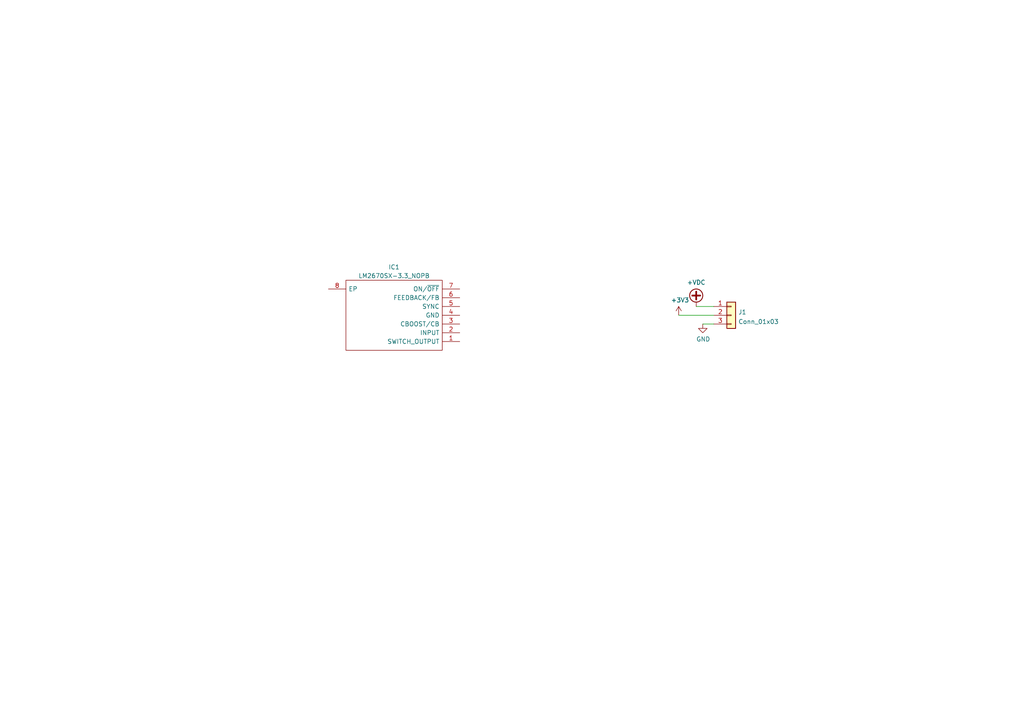
<source format=kicad_sch>
(kicad_sch (version 20230121) (generator eeschema)
  (paper "A4")
  (lib_symbols
    (symbol "Connector_Generic:Conn_01x03" (pin_names (offset 1.016) hide)
      (property "Reference" "J" (at 0 5.08 0))
      (property "Value" "Conn_01x03" (at 0 -5.08 0))
      (symbol "Conn_01x03_1_1"
        (rectangle (start -1.27 -2.413) (end 0 -2.667) (stroke (width 0.1524)))
        (rectangle (start -1.27 0.127) (end 0 -0.127) (stroke (width 0.1524)))
        (rectangle (start -1.27 2.667) (end 0 2.413) (stroke (width 0.1524)))
        (rectangle (start -1.27 3.81) (end 1.27 -3.81) (stroke (width 0.254)) (fill (type background)))
        (pin passive line (at -5.08 2.54 0) (length 3.81) (name "Pin_1") (number "1"))
        (pin passive line (at -5.08 0 0) (length 3.81) (name "Pin_2") (number "2"))
        (pin passive line (at -5.08 -2.54 0) (length 3.81) (name "Pin_3") (number "3"))
      )
    )
    (symbol "SamacSys_Parts:LM2670SX-3.3_NOPB" (pin_names (offset 0.762))
      (property "Reference" "IC" (at 34.29 7.62 0))
      (property "Value" "LM2670SX-3.3_NOPB" (at 34.29 5.08 0))
      (symbol "LM2670SX-3.3_NOPB_0_0"
        (pin passive line (at 38.1 -15.24 180) (length 5.08) (name "SWITCH_OUTPUT") (number "1"))
        (pin passive line (at 38.1 -12.7 180) (length 5.08) (name "INPUT") (number "2"))
        (pin passive line (at 38.1 -10.16 180) (length 5.08) (name "CBOOST/CB") (number "3"))
        (pin passive line (at 38.1 -7.62 180) (length 5.08) (name "GND") (number "4"))
        (pin passive line (at 38.1 -5.08 180) (length 5.08) (name "SYNC") (number "5"))
        (pin passive line (at 38.1 -2.54 180) (length 5.08) (name "FEEDBACK/FB") (number "6"))
        (pin passive line (at 38.1 0 180) (length 5.08) (name "ON/~{OFF}") (number "7"))
        (pin passive line (at 0 0 0) (length 5.08) (name "EP") (number "8"))
      )
      (symbol "LM2670SX-3.3_NOPB_0_1"
        (polyline (pts (xy 5.08 2.54) (xy 33.02 2.54) (xy 33.02 -17.78) (xy 5.08 -17.78) (xy 5.08 2.54)) (stroke (width 0.1524)))
      )
    )
    (symbol "power:+3.3V" (power) (pin_names (offset 0))
      (property "Value" "+3.3V" (at 0 3.556 0))
      (symbol "+3.3V_0_1"
        (polyline (pts (xy -0.762 1.27) (xy 0 2.54)))
        (polyline (pts (xy 0 0) (xy 0 2.54)))
        (polyline (pts (xy 0 2.54) (xy 0.762 1.27)))
      )
      (symbol "+3.3V_1_1"
        (pin power_in line (at 0 0 90) (length 0) hide (name "+3V3") (number "1"))
      )
    )
    (symbol "power:+VDC" (power) (pin_names (offset 0))
      (property "Value" "+VDC" (at 0 6.35 0))
      (symbol "+VDC_0_1"
        (polyline (pts (xy -1.143 3.175) (xy 1.143 3.175)) (stroke (width 0.508)))
        (polyline (pts (xy 0 0) (xy 0 1.27)))
        (polyline (pts (xy 0 2.032) (xy 0 4.318)) (stroke (width 0.508)))
        (circle (center 0 3.175) (radius 1.905) (stroke (width 0.254)))
      )
      (symbol "+VDC_1_1"
        (pin power_in line (at 0 0 90) (length 0) hide (name "+VDC") (number "1"))
      )
    )
    (symbol "power:GND" (power) (pin_names (offset 0))
      (property "Value" "GND" (at 0 -3.81 0))
      (symbol "GND_0_1"
        (polyline (pts (xy 0 0) (xy 0 -1.27) (xy 1.27 -1.27) (xy 0 -2.54) (xy -1.27 -1.27) (xy 0 -1.27)))
      )
      (symbol "GND_1_1"
        (pin power_in line (at 0 0 270) (length 0) hide (name "GND") (number "1"))
      )
    )
  )
  (wire (pts (xy 196.85 91.44) (xy 207.01 91.44)))
  (wire (pts (xy 203.835 93.98) (xy 207.01 93.98)))
  (wire (pts (xy 201.93 88.9) (xy 207.01 88.9)))
  (symbol (lib_id "SamacSys_Parts:LM2670SX-3.3_NOPB") (at 95.25 83.82 0) (unit 1)
    (property "Reference" "IC1" (at 114.3 77.47 0))
    (property "Value" "LM2670SX-3.3_NOPB" (at 114.3 80.01 0))
    (property "Footprint" "LM2670SX33NOPB" (effects hide))
    (property "Datasheet" "https://www.ti.com/lit/ds/symlink/lm2670.pdf?HQS=dis-mous-null-mousermode-dsf-pf-null-wwe&ts=1663903765420&ref_url=https%253A%252F%252Fwww.mouser.in%252F" (effects hide))
    (property "Description" "Switching Voltage Regulators SIMPLE SWITCHER High Efficiency 3A Step-Down Voltage Regulator with Sync 7-DDPAK/TO-263 -40 to 125" (effects hide))
    (property "Height" "4.79" (effects hide))
    (property "Mouser Part Number" "926-LM2670SX33NOPB" (effects hide))
    (property "Mouser Price/Stock" "https://www.mouser.co.uk/ProductDetail/Texas-Instruments/LM2670SX-33-NOPB?qs=X1J7HmVL2ZFMthjcXZVTwQ%3D%3D" (effects hide))
    (property "Manufacturer_Name" "Texas Instruments" (effects hide))
    (property "Manufacturer_Part_Number" "LM2670SX-3.3/NOPB" (effects hide))
  )
  (symbol (lib_id "power:+VDC") (at 201.93 88.9 0) (unit 1)
    (property "Reference" "#PWR02" (effects hide))
    (property "Value" "+VDC" (at 201.93 81.915 0))
  )
  (symbol (lib_id "power:+3.3V") (at 196.85 91.44 0) (unit 1)
    (property "Reference" "#PWR01" (effects hide))
    (property "Value" "+3.3V" (at 197.231 87.0458 0))
  )
  (symbol (lib_id "Connector_Generic:Conn_01x03") (at 212.09 91.44 0) (unit 1)
    (property "Reference" "J1" (at 214.122 90.5315 0) (effects (justify left)))
    (property "Value" "Conn_01x03" (at 214.122 93.3066 0) (effects (justify left)))
    (property "Footprint" "Connector_PinHeader_2.54mm:PinHeader_1x03_P2.54mm_Vertical" (effects hide))
  )
  (symbol (lib_id "power:GND") (at 203.835 93.98 0) (unit 1)
    (property "Reference" "#PWR03" (effects hide))
    (property "Value" "GND" (at 203.962 98.3742 0))
  )
)
</source>
